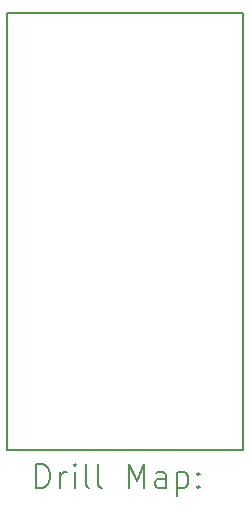
<source format=gbr>
%TF.GenerationSoftware,KiCad,Pcbnew,6.0.11-2627ca5db0~126~ubuntu20.04.1*%
%TF.CreationDate,2023-10-24T11:06:24+02:00*%
%TF.ProjectId,attiny85_I2C_RGB_LED_v21,61747469-6e79-4383-955f-4932435f5247,2.0*%
%TF.SameCoordinates,Original*%
%TF.FileFunction,Drillmap*%
%TF.FilePolarity,Positive*%
%FSLAX45Y45*%
G04 Gerber Fmt 4.5, Leading zero omitted, Abs format (unit mm)*
G04 Created by KiCad (PCBNEW 6.0.11-2627ca5db0~126~ubuntu20.04.1) date 2023-10-24 11:06:24*
%MOMM*%
%LPD*%
G01*
G04 APERTURE LIST*
%ADD10C,0.200000*%
G04 APERTURE END LIST*
D10*
X10680000Y-14770000D02*
X12680000Y-14770000D01*
X10680000Y-14770000D02*
X10680000Y-11070000D01*
X12680000Y-14770000D02*
X12680000Y-11070000D01*
X12680000Y-11070000D02*
X10680000Y-11070000D01*
X10927619Y-15090476D02*
X10927619Y-14890476D01*
X10975238Y-14890476D01*
X11003810Y-14900000D01*
X11022857Y-14919048D01*
X11032381Y-14938095D01*
X11041905Y-14976190D01*
X11041905Y-15004762D01*
X11032381Y-15042857D01*
X11022857Y-15061905D01*
X11003810Y-15080952D01*
X10975238Y-15090476D01*
X10927619Y-15090476D01*
X11127619Y-15090476D02*
X11127619Y-14957143D01*
X11127619Y-14995238D02*
X11137143Y-14976190D01*
X11146667Y-14966667D01*
X11165714Y-14957143D01*
X11184762Y-14957143D01*
X11251428Y-15090476D02*
X11251428Y-14957143D01*
X11251428Y-14890476D02*
X11241905Y-14900000D01*
X11251428Y-14909524D01*
X11260952Y-14900000D01*
X11251428Y-14890476D01*
X11251428Y-14909524D01*
X11375238Y-15090476D02*
X11356190Y-15080952D01*
X11346667Y-15061905D01*
X11346667Y-14890476D01*
X11480000Y-15090476D02*
X11460952Y-15080952D01*
X11451428Y-15061905D01*
X11451428Y-14890476D01*
X11708571Y-15090476D02*
X11708571Y-14890476D01*
X11775238Y-15033333D01*
X11841905Y-14890476D01*
X11841905Y-15090476D01*
X12022857Y-15090476D02*
X12022857Y-14985714D01*
X12013333Y-14966667D01*
X11994286Y-14957143D01*
X11956190Y-14957143D01*
X11937143Y-14966667D01*
X12022857Y-15080952D02*
X12003809Y-15090476D01*
X11956190Y-15090476D01*
X11937143Y-15080952D01*
X11927619Y-15061905D01*
X11927619Y-15042857D01*
X11937143Y-15023809D01*
X11956190Y-15014286D01*
X12003809Y-15014286D01*
X12022857Y-15004762D01*
X12118095Y-14957143D02*
X12118095Y-15157143D01*
X12118095Y-14966667D02*
X12137143Y-14957143D01*
X12175238Y-14957143D01*
X12194286Y-14966667D01*
X12203809Y-14976190D01*
X12213333Y-14995238D01*
X12213333Y-15052381D01*
X12203809Y-15071428D01*
X12194286Y-15080952D01*
X12175238Y-15090476D01*
X12137143Y-15090476D01*
X12118095Y-15080952D01*
X12299048Y-15071428D02*
X12308571Y-15080952D01*
X12299048Y-15090476D01*
X12289524Y-15080952D01*
X12299048Y-15071428D01*
X12299048Y-15090476D01*
X12299048Y-14966667D02*
X12308571Y-14976190D01*
X12299048Y-14985714D01*
X12289524Y-14976190D01*
X12299048Y-14966667D01*
X12299048Y-14985714D01*
M02*

</source>
